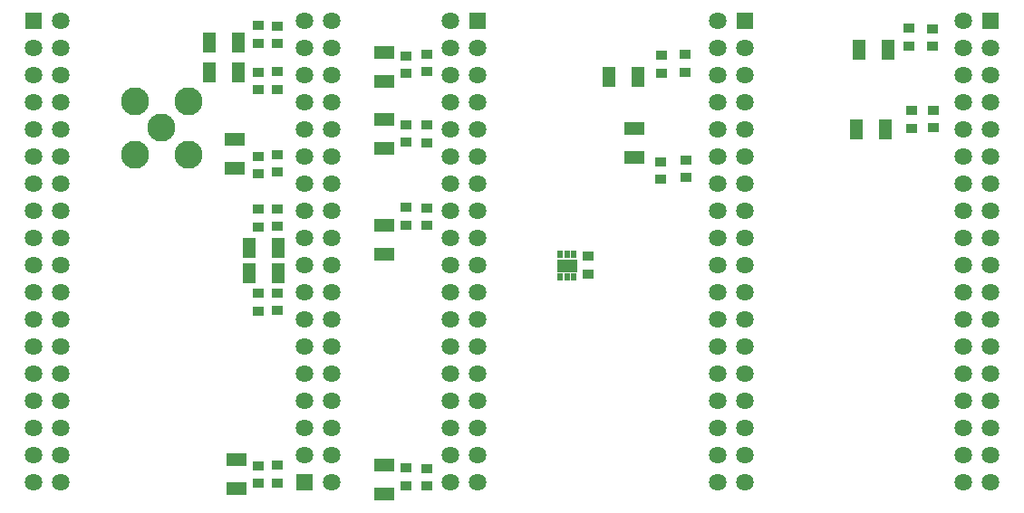
<source format=gts>
G04*
G04 #@! TF.GenerationSoftware,Altium Limited,Altium Designer,22.4.2 (48)*
G04*
G04 Layer_Color=8388736*
%FSLAX25Y25*%
%MOIN*%
G70*
G04*
G04 #@! TF.SameCoordinates,CDC420FF-F511-4FEA-BDED-44E7EBAE7E28*
G04*
G04*
G04 #@! TF.FilePolarity,Negative*
G04*
G01*
G75*
%ADD13R,0.01878X0.02862*%
%ADD14R,0.07193X0.04831*%
%ADD15R,0.04831X0.07193*%
%ADD16R,0.04043X0.03650*%
%ADD17R,0.06406X0.06406*%
%ADD18C,0.06406*%
%ADD19C,0.10343*%
D13*
X-68000Y-94268D02*
D03*
X-65441D02*
D03*
X-62882D02*
D03*
Y-86000D02*
D03*
X-65441D02*
D03*
X-68000D02*
D03*
D14*
X-65441Y-90134D02*
D03*
X-187500Y-54315D02*
D03*
Y-43685D02*
D03*
X-187000Y-161685D02*
D03*
Y-172315D02*
D03*
X-132500Y-163685D02*
D03*
Y-174315D02*
D03*
Y-85815D02*
D03*
Y-75185D02*
D03*
Y-46815D02*
D03*
Y-36185D02*
D03*
Y-11685D02*
D03*
Y-22315D02*
D03*
X-40500Y-39685D02*
D03*
Y-50315D02*
D03*
D15*
X-196815Y-8000D02*
D03*
X-186185D02*
D03*
X-196815Y-19000D02*
D03*
X-186185D02*
D03*
X-182315Y-83500D02*
D03*
X-171685D02*
D03*
X-182315Y-93000D02*
D03*
X-171685D02*
D03*
X-49815Y-20500D02*
D03*
X-39185D02*
D03*
X41185Y-40000D02*
D03*
X51815D02*
D03*
X42185Y-10500D02*
D03*
X52815D02*
D03*
D16*
X-172000Y-8307D02*
D03*
X-172039Y-1772D02*
D03*
X-179000Y-1693D02*
D03*
X-178961Y-8228D02*
D03*
X-172039Y-18693D02*
D03*
X-172000Y-25228D02*
D03*
X-178961Y-25307D02*
D03*
X-179000Y-18772D02*
D03*
X-172039Y-49193D02*
D03*
X-172000Y-55728D02*
D03*
X-178961Y-56307D02*
D03*
X-179000Y-49772D02*
D03*
X-178961Y-75807D02*
D03*
X-179000Y-69272D02*
D03*
X-172039Y-69193D02*
D03*
X-172000Y-75728D02*
D03*
X-172039Y-100193D02*
D03*
X-172000Y-106728D02*
D03*
X-178961Y-106807D02*
D03*
X-179000Y-100272D02*
D03*
X-172039Y-163693D02*
D03*
X-172000Y-170228D02*
D03*
X-178961Y-170307D02*
D03*
X-179000Y-163772D02*
D03*
X-124539Y-164693D02*
D03*
X-124500Y-171228D02*
D03*
X-116961Y-171307D02*
D03*
X-117000Y-164772D02*
D03*
X-124539Y-68693D02*
D03*
X-124500Y-75228D02*
D03*
X-116961Y-75307D02*
D03*
X-117000Y-68772D02*
D03*
X-116961Y-44807D02*
D03*
X-117000Y-38272D02*
D03*
X-124539Y-38193D02*
D03*
X-124500Y-44728D02*
D03*
X-117000Y-12193D02*
D03*
X-116961Y-18728D02*
D03*
X-124500Y-19307D02*
D03*
X-124539Y-12772D02*
D03*
X-57539Y-86693D02*
D03*
X-57500Y-93228D02*
D03*
X-21539Y-51193D02*
D03*
X-21500Y-57728D02*
D03*
X-30961Y-58307D02*
D03*
X-31000Y-51772D02*
D03*
X-21961Y-18807D02*
D03*
X-22000Y-12272D02*
D03*
X-30539Y-12693D02*
D03*
X-30500Y-19228D02*
D03*
X61461Y-32965D02*
D03*
X61500Y-39500D02*
D03*
X69539Y-39307D02*
D03*
X69500Y-32772D02*
D03*
X69039Y-9307D02*
D03*
X69000Y-2772D02*
D03*
X60461Y-2693D02*
D03*
X60500Y-9228D02*
D03*
D17*
X-162087Y-170000D02*
D03*
X90551Y0D02*
D03*
X0D02*
D03*
X-98425D02*
D03*
X-261772D02*
D03*
D18*
X-152087Y-170000D02*
D03*
X-162087Y-160000D02*
D03*
X-152087D02*
D03*
X-162087Y-150000D02*
D03*
X-152087D02*
D03*
X-162087Y-140000D02*
D03*
X-152087D02*
D03*
X-162087Y-130000D02*
D03*
X-152087D02*
D03*
X-162087Y-120000D02*
D03*
X-152087D02*
D03*
X-162087Y-110000D02*
D03*
X-152087D02*
D03*
X-162087Y-100000D02*
D03*
X-152087D02*
D03*
X-162087Y-90000D02*
D03*
X-152087D02*
D03*
X-162087Y-80000D02*
D03*
X-152087D02*
D03*
X-162087Y-70000D02*
D03*
X-152087D02*
D03*
X-162087Y-60000D02*
D03*
X-152087D02*
D03*
X-162087Y-50000D02*
D03*
X-152087D02*
D03*
X-162087Y-40000D02*
D03*
X-152087D02*
D03*
X-162087Y-30000D02*
D03*
X-152087D02*
D03*
X-162087Y-20000D02*
D03*
X-152087D02*
D03*
X-162087Y-10000D02*
D03*
X-152087D02*
D03*
X-162087Y0D02*
D03*
X-152087D02*
D03*
X80551D02*
D03*
Y-10000D02*
D03*
Y-20000D02*
D03*
X-261772Y-160000D02*
D03*
X-251772D02*
D03*
X-261772Y-170000D02*
D03*
X-251772D02*
D03*
X80551D02*
D03*
X90551D02*
D03*
X80551Y-160000D02*
D03*
X90551Y-130000D02*
D03*
X80551Y-90000D02*
D03*
X90551Y-70000D02*
D03*
Y-50000D02*
D03*
Y-40000D02*
D03*
Y-30000D02*
D03*
Y-20000D02*
D03*
Y-10000D02*
D03*
X-98425Y-90000D02*
D03*
X-108425D02*
D03*
X-98425Y-100000D02*
D03*
Y-110000D02*
D03*
Y-120000D02*
D03*
Y-130000D02*
D03*
Y-140000D02*
D03*
Y-150000D02*
D03*
Y-160000D02*
D03*
Y-170000D02*
D03*
X0Y-10000D02*
D03*
Y-20000D02*
D03*
Y-30000D02*
D03*
Y-40000D02*
D03*
Y-50000D02*
D03*
Y-60000D02*
D03*
Y-70000D02*
D03*
Y-80000D02*
D03*
Y-90000D02*
D03*
Y-100000D02*
D03*
Y-110000D02*
D03*
Y-120000D02*
D03*
Y-130000D02*
D03*
X-10000D02*
D03*
X0Y-140000D02*
D03*
Y-150000D02*
D03*
Y-160000D02*
D03*
Y-170000D02*
D03*
X-261772Y-120000D02*
D03*
X-251772D02*
D03*
X-261772Y-130000D02*
D03*
X-251772D02*
D03*
X80551Y-30000D02*
D03*
Y-40000D02*
D03*
Y-50000D02*
D03*
X90551Y-60000D02*
D03*
X80551D02*
D03*
Y-70000D02*
D03*
X90551Y-80000D02*
D03*
X80551D02*
D03*
X90551Y-90000D02*
D03*
Y-100000D02*
D03*
X80551D02*
D03*
X90551Y-110000D02*
D03*
X80551D02*
D03*
X90551Y-120000D02*
D03*
X80551D02*
D03*
Y-130000D02*
D03*
X90551Y-140000D02*
D03*
X80551D02*
D03*
X90551Y-150000D02*
D03*
X80551D02*
D03*
X90551Y-160000D02*
D03*
X-10000Y-170000D02*
D03*
Y-160000D02*
D03*
Y-150000D02*
D03*
Y-140000D02*
D03*
Y-120000D02*
D03*
Y-110000D02*
D03*
Y-100000D02*
D03*
Y-90000D02*
D03*
Y-80000D02*
D03*
Y-70000D02*
D03*
Y-60000D02*
D03*
Y-50000D02*
D03*
Y-40000D02*
D03*
Y-30000D02*
D03*
Y-20000D02*
D03*
Y-10000D02*
D03*
Y0D02*
D03*
X-108425Y-170000D02*
D03*
Y-160000D02*
D03*
Y-150000D02*
D03*
Y-140000D02*
D03*
Y-130000D02*
D03*
Y-120000D02*
D03*
Y-110000D02*
D03*
Y-100000D02*
D03*
Y-80000D02*
D03*
X-98425D02*
D03*
X-108425Y-70000D02*
D03*
X-98425D02*
D03*
X-108425Y-60000D02*
D03*
X-98425D02*
D03*
X-108425Y-50000D02*
D03*
X-98425D02*
D03*
X-108425Y-40000D02*
D03*
X-98425D02*
D03*
X-108425Y-30000D02*
D03*
X-98425D02*
D03*
X-108425Y-20000D02*
D03*
X-98425D02*
D03*
X-108425Y-10000D02*
D03*
X-98425D02*
D03*
X-108425Y0D02*
D03*
X-251772Y-150000D02*
D03*
X-261772D02*
D03*
X-251772Y-140000D02*
D03*
X-261772D02*
D03*
X-251772Y-110000D02*
D03*
X-261772D02*
D03*
X-251772Y-100000D02*
D03*
X-261772D02*
D03*
X-251772Y-90000D02*
D03*
X-261772D02*
D03*
X-251772Y-80000D02*
D03*
X-261772D02*
D03*
X-251772Y-70000D02*
D03*
X-261772D02*
D03*
X-251772Y-60000D02*
D03*
X-261772D02*
D03*
X-251772Y-50000D02*
D03*
X-261772D02*
D03*
X-251772Y-40000D02*
D03*
X-261772D02*
D03*
X-251772Y-30000D02*
D03*
X-261772D02*
D03*
X-251772Y-20000D02*
D03*
X-261772D02*
D03*
X-251772Y-10000D02*
D03*
X-261772D02*
D03*
X-251772Y0D02*
D03*
D19*
X-204724Y-29528D02*
D03*
X-224410D02*
D03*
Y-49213D02*
D03*
X-204724D02*
D03*
X-214567Y-39370D02*
D03*
M02*

</source>
